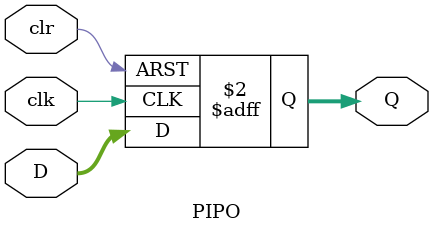
<source format=v>
module PIPO(D,clk,clr,Q);
  input clk,clr;
  input [3:0] D;
  output reg [3:0]Q;
  
  always@(posedge clk or posedge clr)
    begin
      if(clr)
        Q=4'b0000;
      else
        begin
          Q = D;
        end
    end
endmodule
</source>
